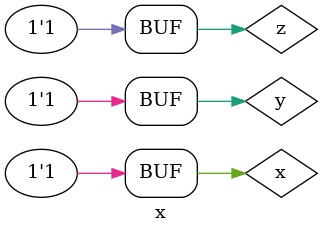
<source format=sv>
module x;

    reg x,y,z;
    wire fsum,c;
    fullAdd fa(.x(x),.y(y),.z(z),.fsum(fsum),.c(c));

    initial begin
        $display("x\ty\tz\tSum\tCarry");
        $monitor("%b\t%b\t%b\t%b\t%b\t",x,y,z,fsum,c);
        x=0;
        y=0;
        z=0;
        #5
        x=0;
        y=0;
        z=1;
        #5
        x=0;
        y=1;
        z=0;
        #5
        x=0;
        y=1;
        z=1;
        #5
        x=1;
        y=0;
        z=0;
        #5
        x=1;
        y=0;
        z=1;
        #5
        x=1;
        y=1;
        z=0;
        #5
        x=1;
        y=1;
        z=1;
    end
    
endmodule

</source>
